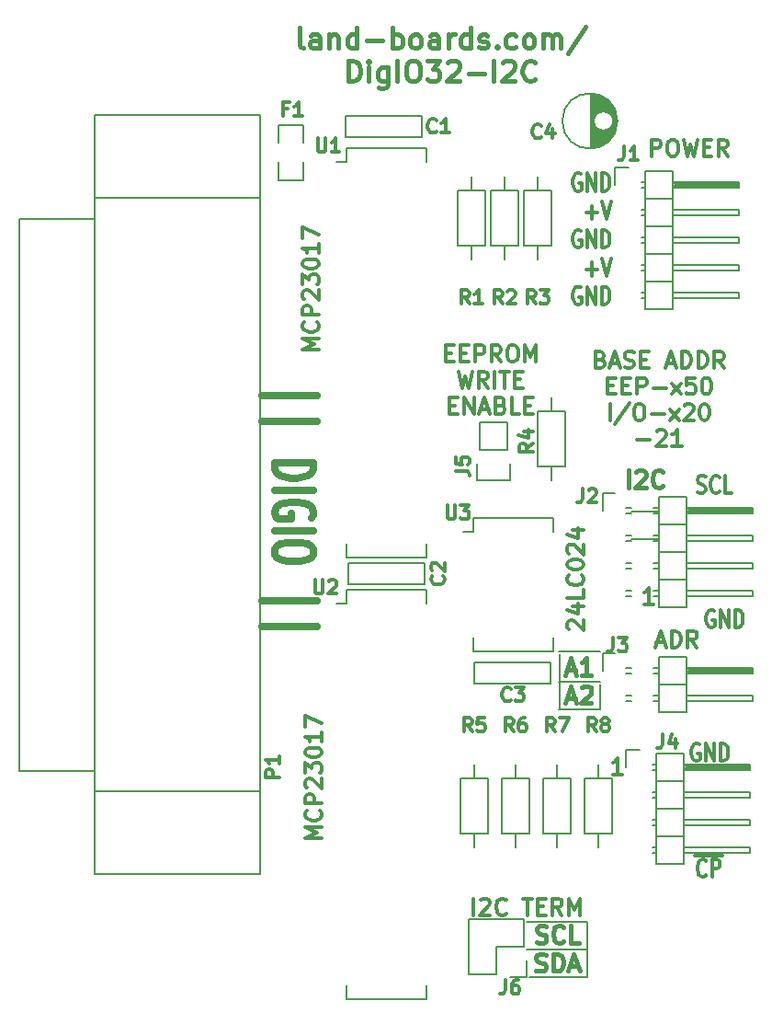
<source format=gbr>
G04 #@! TF.FileFunction,Legend,Top*
%FSLAX46Y46*%
G04 Gerber Fmt 4.6, Leading zero omitted, Abs format (unit mm)*
G04 Created by KiCad (PCBNEW (after 2015-mar-04 BZR unknown)-product) date 1/31/2017 12:48:21 PM*
%MOMM*%
G01*
G04 APERTURE LIST*
%ADD10C,0.150000*%
%ADD11C,0.300000*%
%ADD12C,0.200000*%
%ADD13C,0.396875*%
%ADD14C,0.381000*%
%ADD15C,0.635000*%
%ADD16C,0.127000*%
%ADD17C,0.317500*%
G04 APERTURE END LIST*
D10*
D11*
X61226095Y-92537643D02*
X61165619Y-92616262D01*
X60984190Y-92694881D01*
X60863238Y-92694881D01*
X60681810Y-92616262D01*
X60560857Y-92459024D01*
X60500381Y-92301786D01*
X60439905Y-91987310D01*
X60439905Y-91751452D01*
X60500381Y-91436976D01*
X60560857Y-91279738D01*
X60681810Y-91122500D01*
X60863238Y-91043881D01*
X60984190Y-91043881D01*
X61165619Y-91122500D01*
X61226095Y-91201119D01*
X61770381Y-92694881D02*
X61770381Y-91043881D01*
X62254190Y-91043881D01*
X62375143Y-91122500D01*
X62435619Y-91201119D01*
X62496095Y-91358357D01*
X62496095Y-91594214D01*
X62435619Y-91751452D01*
X62375143Y-91830071D01*
X62254190Y-91908690D01*
X61770381Y-91908690D01*
X60198000Y-90759280D02*
X62738000Y-90759280D01*
X60439905Y-57310262D02*
X60621333Y-57388881D01*
X60923714Y-57388881D01*
X61044667Y-57310262D01*
X61105143Y-57231643D01*
X61165619Y-57074405D01*
X61165619Y-56917167D01*
X61105143Y-56759929D01*
X61044667Y-56681310D01*
X60923714Y-56602690D01*
X60681810Y-56524071D01*
X60560857Y-56445452D01*
X60500381Y-56366833D01*
X60439905Y-56209595D01*
X60439905Y-56052357D01*
X60500381Y-55895119D01*
X60560857Y-55816500D01*
X60681810Y-55737881D01*
X60984190Y-55737881D01*
X61165619Y-55816500D01*
X62435619Y-57231643D02*
X62375143Y-57310262D01*
X62193714Y-57388881D01*
X62072762Y-57388881D01*
X61891334Y-57310262D01*
X61770381Y-57153024D01*
X61709905Y-56995786D01*
X61649429Y-56681310D01*
X61649429Y-56445452D01*
X61709905Y-56130976D01*
X61770381Y-55973738D01*
X61891334Y-55816500D01*
X62072762Y-55737881D01*
X62193714Y-55737881D01*
X62375143Y-55816500D01*
X62435619Y-55895119D01*
X63584667Y-57388881D02*
X62979905Y-57388881D01*
X62979905Y-55737881D01*
D12*
X50292000Y-99314000D02*
X44704000Y-99314000D01*
X50292000Y-101854000D02*
X44958000Y-101854000D01*
X50292000Y-96774000D02*
X50292000Y-101854000D01*
X44704000Y-96774000D02*
X50292000Y-96774000D01*
X47752000Y-72136000D02*
X47752000Y-77216000D01*
D13*
X48396072Y-73630896D02*
X49152024Y-73630896D01*
X48244881Y-74084468D02*
X48774048Y-72496968D01*
X49303215Y-74084468D01*
X50663929Y-74084468D02*
X49756786Y-74084468D01*
X50210357Y-74084468D02*
X50210357Y-72496968D01*
X50059167Y-72723753D01*
X49907976Y-72874944D01*
X49756786Y-72950539D01*
X48396072Y-76250271D02*
X49152024Y-76250271D01*
X48244881Y-76703843D02*
X48774048Y-75116343D01*
X49303215Y-76703843D01*
X49756786Y-75267533D02*
X49832381Y-75191938D01*
X49983572Y-75116343D01*
X50361548Y-75116343D01*
X50512738Y-75191938D01*
X50588334Y-75267533D01*
X50663929Y-75418724D01*
X50663929Y-75569914D01*
X50588334Y-75796700D01*
X49681191Y-76703843D01*
X50663929Y-76703843D01*
D11*
X25570571Y-44179427D02*
X24070571Y-44179427D01*
X25142000Y-43679427D01*
X24070571Y-43179427D01*
X25570571Y-43179427D01*
X25427714Y-41607998D02*
X25499143Y-41679427D01*
X25570571Y-41893713D01*
X25570571Y-42036570D01*
X25499143Y-42250855D01*
X25356286Y-42393713D01*
X25213429Y-42465141D01*
X24927714Y-42536570D01*
X24713429Y-42536570D01*
X24427714Y-42465141D01*
X24284857Y-42393713D01*
X24142000Y-42250855D01*
X24070571Y-42036570D01*
X24070571Y-41893713D01*
X24142000Y-41679427D01*
X24213429Y-41607998D01*
X25570571Y-40965141D02*
X24070571Y-40965141D01*
X24070571Y-40393713D01*
X24142000Y-40250855D01*
X24213429Y-40179427D01*
X24356286Y-40107998D01*
X24570571Y-40107998D01*
X24713429Y-40179427D01*
X24784857Y-40250855D01*
X24856286Y-40393713D01*
X24856286Y-40965141D01*
X24213429Y-39536570D02*
X24142000Y-39465141D01*
X24070571Y-39322284D01*
X24070571Y-38965141D01*
X24142000Y-38822284D01*
X24213429Y-38750855D01*
X24356286Y-38679427D01*
X24499143Y-38679427D01*
X24713429Y-38750855D01*
X25570571Y-39607998D01*
X25570571Y-38679427D01*
X24070571Y-38179427D02*
X24070571Y-37250856D01*
X24642000Y-37750856D01*
X24642000Y-37536570D01*
X24713429Y-37393713D01*
X24784857Y-37322284D01*
X24927714Y-37250856D01*
X25284857Y-37250856D01*
X25427714Y-37322284D01*
X25499143Y-37393713D01*
X25570571Y-37536570D01*
X25570571Y-37965142D01*
X25499143Y-38107999D01*
X25427714Y-38179427D01*
X24070571Y-36322285D02*
X24070571Y-36179428D01*
X24142000Y-36036571D01*
X24213429Y-35965142D01*
X24356286Y-35893713D01*
X24642000Y-35822285D01*
X24999143Y-35822285D01*
X25284857Y-35893713D01*
X25427714Y-35965142D01*
X25499143Y-36036571D01*
X25570571Y-36179428D01*
X25570571Y-36322285D01*
X25499143Y-36465142D01*
X25427714Y-36536571D01*
X25284857Y-36607999D01*
X24999143Y-36679428D01*
X24642000Y-36679428D01*
X24356286Y-36607999D01*
X24213429Y-36536571D01*
X24142000Y-36465142D01*
X24070571Y-36322285D01*
X25570571Y-34393714D02*
X25570571Y-35250857D01*
X25570571Y-34822285D02*
X24070571Y-34822285D01*
X24284857Y-34965142D01*
X24427714Y-35108000D01*
X24499143Y-35250857D01*
X24070571Y-33893714D02*
X24070571Y-32893714D01*
X25570571Y-33536571D01*
D12*
X54350000Y-59046000D02*
X56890000Y-59046000D01*
X54350000Y-61586000D02*
X56890000Y-61586000D01*
X47698000Y-71952000D02*
X51508000Y-71952000D01*
X47698000Y-74746000D02*
X51508000Y-74746000D01*
X51508000Y-77286000D02*
X51508000Y-75000000D01*
X47698000Y-77286000D02*
X51508000Y-77286000D01*
D11*
X56225714Y-26332571D02*
X56225714Y-24832571D01*
X56797142Y-24832571D01*
X56940000Y-24904000D01*
X57011428Y-24975429D01*
X57082857Y-25118286D01*
X57082857Y-25332571D01*
X57011428Y-25475429D01*
X56940000Y-25546857D01*
X56797142Y-25618286D01*
X56225714Y-25618286D01*
X58011428Y-24832571D02*
X58297142Y-24832571D01*
X58440000Y-24904000D01*
X58582857Y-25046857D01*
X58654285Y-25332571D01*
X58654285Y-25832571D01*
X58582857Y-26118286D01*
X58440000Y-26261143D01*
X58297142Y-26332571D01*
X58011428Y-26332571D01*
X57868571Y-26261143D01*
X57725714Y-26118286D01*
X57654285Y-25832571D01*
X57654285Y-25332571D01*
X57725714Y-25046857D01*
X57868571Y-24904000D01*
X58011428Y-24832571D01*
X59154286Y-24832571D02*
X59511429Y-26332571D01*
X59797143Y-25261143D01*
X60082857Y-26332571D01*
X60440000Y-24832571D01*
X61011429Y-25546857D02*
X61511429Y-25546857D01*
X61725715Y-26332571D02*
X61011429Y-26332571D01*
X61011429Y-24832571D01*
X61725715Y-24832571D01*
X63225715Y-26332571D02*
X62725715Y-25618286D01*
X62368572Y-26332571D02*
X62368572Y-24832571D01*
X62940000Y-24832571D01*
X63082858Y-24904000D01*
X63154286Y-24975429D01*
X63225715Y-25118286D01*
X63225715Y-25332571D01*
X63154286Y-25475429D01*
X63082858Y-25546857D01*
X62940000Y-25618286D01*
X62368572Y-25618286D01*
X37259143Y-44482857D02*
X37759143Y-44482857D01*
X37973429Y-45268571D02*
X37259143Y-45268571D01*
X37259143Y-43768571D01*
X37973429Y-43768571D01*
X38616286Y-44482857D02*
X39116286Y-44482857D01*
X39330572Y-45268571D02*
X38616286Y-45268571D01*
X38616286Y-43768571D01*
X39330572Y-43768571D01*
X39973429Y-45268571D02*
X39973429Y-43768571D01*
X40544857Y-43768571D01*
X40687715Y-43840000D01*
X40759143Y-43911429D01*
X40830572Y-44054286D01*
X40830572Y-44268571D01*
X40759143Y-44411429D01*
X40687715Y-44482857D01*
X40544857Y-44554286D01*
X39973429Y-44554286D01*
X42330572Y-45268571D02*
X41830572Y-44554286D01*
X41473429Y-45268571D02*
X41473429Y-43768571D01*
X42044857Y-43768571D01*
X42187715Y-43840000D01*
X42259143Y-43911429D01*
X42330572Y-44054286D01*
X42330572Y-44268571D01*
X42259143Y-44411429D01*
X42187715Y-44482857D01*
X42044857Y-44554286D01*
X41473429Y-44554286D01*
X43259143Y-43768571D02*
X43544857Y-43768571D01*
X43687715Y-43840000D01*
X43830572Y-43982857D01*
X43902000Y-44268571D01*
X43902000Y-44768571D01*
X43830572Y-45054286D01*
X43687715Y-45197143D01*
X43544857Y-45268571D01*
X43259143Y-45268571D01*
X43116286Y-45197143D01*
X42973429Y-45054286D01*
X42902000Y-44768571D01*
X42902000Y-44268571D01*
X42973429Y-43982857D01*
X43116286Y-43840000D01*
X43259143Y-43768571D01*
X44544858Y-45268571D02*
X44544858Y-43768571D01*
X45044858Y-44840000D01*
X45544858Y-43768571D01*
X45544858Y-45268571D01*
X38402000Y-46168571D02*
X38759143Y-47668571D01*
X39044857Y-46597143D01*
X39330571Y-47668571D01*
X39687714Y-46168571D01*
X41116286Y-47668571D02*
X40616286Y-46954286D01*
X40259143Y-47668571D02*
X40259143Y-46168571D01*
X40830571Y-46168571D01*
X40973429Y-46240000D01*
X41044857Y-46311429D01*
X41116286Y-46454286D01*
X41116286Y-46668571D01*
X41044857Y-46811429D01*
X40973429Y-46882857D01*
X40830571Y-46954286D01*
X40259143Y-46954286D01*
X41759143Y-47668571D02*
X41759143Y-46168571D01*
X42259143Y-46168571D02*
X43116286Y-46168571D01*
X42687715Y-47668571D02*
X42687715Y-46168571D01*
X43616286Y-46882857D02*
X44116286Y-46882857D01*
X44330572Y-47668571D02*
X43616286Y-47668571D01*
X43616286Y-46168571D01*
X44330572Y-46168571D01*
X37616286Y-49282857D02*
X38116286Y-49282857D01*
X38330572Y-50068571D02*
X37616286Y-50068571D01*
X37616286Y-48568571D01*
X38330572Y-48568571D01*
X38973429Y-50068571D02*
X38973429Y-48568571D01*
X39830572Y-50068571D01*
X39830572Y-48568571D01*
X40473429Y-49640000D02*
X41187715Y-49640000D01*
X40330572Y-50068571D02*
X40830572Y-48568571D01*
X41330572Y-50068571D01*
X42330572Y-49282857D02*
X42544858Y-49354286D01*
X42616286Y-49425714D01*
X42687715Y-49568571D01*
X42687715Y-49782857D01*
X42616286Y-49925714D01*
X42544858Y-49997143D01*
X42402000Y-50068571D01*
X41830572Y-50068571D01*
X41830572Y-48568571D01*
X42330572Y-48568571D01*
X42473429Y-48640000D01*
X42544858Y-48711429D01*
X42616286Y-48854286D01*
X42616286Y-48997143D01*
X42544858Y-49140000D01*
X42473429Y-49211429D01*
X42330572Y-49282857D01*
X41830572Y-49282857D01*
X44044858Y-50068571D02*
X43330572Y-50068571D01*
X43330572Y-48568571D01*
X44544858Y-49282857D02*
X45044858Y-49282857D01*
X45259144Y-50068571D02*
X44544858Y-50068571D01*
X44544858Y-48568571D01*
X45259144Y-48568571D01*
X48597429Y-69920856D02*
X48526000Y-69849427D01*
X48454571Y-69706570D01*
X48454571Y-69349427D01*
X48526000Y-69206570D01*
X48597429Y-69135141D01*
X48740286Y-69063713D01*
X48883143Y-69063713D01*
X49097429Y-69135141D01*
X49954571Y-69992284D01*
X49954571Y-69063713D01*
X48954571Y-67777999D02*
X49954571Y-67777999D01*
X48383143Y-68135142D02*
X49454571Y-68492285D01*
X49454571Y-67563713D01*
X49954571Y-66277999D02*
X49954571Y-66992285D01*
X48454571Y-66992285D01*
X49811714Y-64920856D02*
X49883143Y-64992285D01*
X49954571Y-65206571D01*
X49954571Y-65349428D01*
X49883143Y-65563713D01*
X49740286Y-65706571D01*
X49597429Y-65777999D01*
X49311714Y-65849428D01*
X49097429Y-65849428D01*
X48811714Y-65777999D01*
X48668857Y-65706571D01*
X48526000Y-65563713D01*
X48454571Y-65349428D01*
X48454571Y-65206571D01*
X48526000Y-64992285D01*
X48597429Y-64920856D01*
X48454571Y-63992285D02*
X48454571Y-63849428D01*
X48526000Y-63706571D01*
X48597429Y-63635142D01*
X48740286Y-63563713D01*
X49026000Y-63492285D01*
X49383143Y-63492285D01*
X49668857Y-63563713D01*
X49811714Y-63635142D01*
X49883143Y-63706571D01*
X49954571Y-63849428D01*
X49954571Y-63992285D01*
X49883143Y-64135142D01*
X49811714Y-64206571D01*
X49668857Y-64277999D01*
X49383143Y-64349428D01*
X49026000Y-64349428D01*
X48740286Y-64277999D01*
X48597429Y-64206571D01*
X48526000Y-64135142D01*
X48454571Y-63992285D01*
X48597429Y-62920857D02*
X48526000Y-62849428D01*
X48454571Y-62706571D01*
X48454571Y-62349428D01*
X48526000Y-62206571D01*
X48597429Y-62135142D01*
X48740286Y-62063714D01*
X48883143Y-62063714D01*
X49097429Y-62135142D01*
X49954571Y-62992285D01*
X49954571Y-62063714D01*
X48954571Y-60778000D02*
X49954571Y-60778000D01*
X48383143Y-61135143D02*
X49454571Y-61492286D01*
X49454571Y-60563714D01*
X25824571Y-89137427D02*
X24324571Y-89137427D01*
X25396000Y-88637427D01*
X24324571Y-88137427D01*
X25824571Y-88137427D01*
X25681714Y-86565998D02*
X25753143Y-86637427D01*
X25824571Y-86851713D01*
X25824571Y-86994570D01*
X25753143Y-87208855D01*
X25610286Y-87351713D01*
X25467429Y-87423141D01*
X25181714Y-87494570D01*
X24967429Y-87494570D01*
X24681714Y-87423141D01*
X24538857Y-87351713D01*
X24396000Y-87208855D01*
X24324571Y-86994570D01*
X24324571Y-86851713D01*
X24396000Y-86637427D01*
X24467429Y-86565998D01*
X25824571Y-85923141D02*
X24324571Y-85923141D01*
X24324571Y-85351713D01*
X24396000Y-85208855D01*
X24467429Y-85137427D01*
X24610286Y-85065998D01*
X24824571Y-85065998D01*
X24967429Y-85137427D01*
X25038857Y-85208855D01*
X25110286Y-85351713D01*
X25110286Y-85923141D01*
X24467429Y-84494570D02*
X24396000Y-84423141D01*
X24324571Y-84280284D01*
X24324571Y-83923141D01*
X24396000Y-83780284D01*
X24467429Y-83708855D01*
X24610286Y-83637427D01*
X24753143Y-83637427D01*
X24967429Y-83708855D01*
X25824571Y-84565998D01*
X25824571Y-83637427D01*
X24324571Y-83137427D02*
X24324571Y-82208856D01*
X24896000Y-82708856D01*
X24896000Y-82494570D01*
X24967429Y-82351713D01*
X25038857Y-82280284D01*
X25181714Y-82208856D01*
X25538857Y-82208856D01*
X25681714Y-82280284D01*
X25753143Y-82351713D01*
X25824571Y-82494570D01*
X25824571Y-82923142D01*
X25753143Y-83065999D01*
X25681714Y-83137427D01*
X24324571Y-81280285D02*
X24324571Y-81137428D01*
X24396000Y-80994571D01*
X24467429Y-80923142D01*
X24610286Y-80851713D01*
X24896000Y-80780285D01*
X25253143Y-80780285D01*
X25538857Y-80851713D01*
X25681714Y-80923142D01*
X25753143Y-80994571D01*
X25824571Y-81137428D01*
X25824571Y-81280285D01*
X25753143Y-81423142D01*
X25681714Y-81494571D01*
X25538857Y-81565999D01*
X25253143Y-81637428D01*
X24896000Y-81637428D01*
X24610286Y-81565999D01*
X24467429Y-81494571D01*
X24396000Y-81423142D01*
X24324571Y-81280285D01*
X25824571Y-79351714D02*
X25824571Y-80208857D01*
X25824571Y-79780285D02*
X24324571Y-79780285D01*
X24538857Y-79923142D01*
X24681714Y-80066000D01*
X24753143Y-80208857D01*
X24324571Y-78851714D02*
X24324571Y-77851714D01*
X25824571Y-78494571D01*
D13*
X45608119Y-98646873D02*
X45834905Y-98722468D01*
X46212881Y-98722468D01*
X46364071Y-98646873D01*
X46439667Y-98571277D01*
X46515262Y-98420087D01*
X46515262Y-98268896D01*
X46439667Y-98117706D01*
X46364071Y-98042111D01*
X46212881Y-97966515D01*
X45910500Y-97890920D01*
X45759309Y-97815325D01*
X45683714Y-97739730D01*
X45608119Y-97588539D01*
X45608119Y-97437349D01*
X45683714Y-97286158D01*
X45759309Y-97210563D01*
X45910500Y-97134968D01*
X46288476Y-97134968D01*
X46515262Y-97210563D01*
X48102762Y-98571277D02*
X48027167Y-98646873D01*
X47800381Y-98722468D01*
X47649191Y-98722468D01*
X47422405Y-98646873D01*
X47271214Y-98495682D01*
X47195619Y-98344492D01*
X47120024Y-98042111D01*
X47120024Y-97815325D01*
X47195619Y-97512944D01*
X47271214Y-97361753D01*
X47422405Y-97210563D01*
X47649191Y-97134968D01*
X47800381Y-97134968D01*
X48027167Y-97210563D01*
X48102762Y-97286158D01*
X49539072Y-98722468D02*
X48783119Y-98722468D01*
X48783119Y-97134968D01*
X45570322Y-101266248D02*
X45797108Y-101341843D01*
X46175084Y-101341843D01*
X46326274Y-101266248D01*
X46401870Y-101190652D01*
X46477465Y-101039462D01*
X46477465Y-100888271D01*
X46401870Y-100737081D01*
X46326274Y-100661486D01*
X46175084Y-100585890D01*
X45872703Y-100510295D01*
X45721512Y-100434700D01*
X45645917Y-100359105D01*
X45570322Y-100207914D01*
X45570322Y-100056724D01*
X45645917Y-99905533D01*
X45721512Y-99829938D01*
X45872703Y-99754343D01*
X46250679Y-99754343D01*
X46477465Y-99829938D01*
X47157822Y-101341843D02*
X47157822Y-99754343D01*
X47535798Y-99754343D01*
X47762584Y-99829938D01*
X47913775Y-99981128D01*
X47989370Y-100132319D01*
X48064965Y-100434700D01*
X48064965Y-100661486D01*
X47989370Y-100963867D01*
X47913775Y-101115057D01*
X47762584Y-101266248D01*
X47535798Y-101341843D01*
X47157822Y-101341843D01*
X48669727Y-100888271D02*
X49425679Y-100888271D01*
X48518536Y-101341843D02*
X49047703Y-99754343D01*
X49576870Y-101341843D01*
D11*
X39811143Y-96182571D02*
X39811143Y-94682571D01*
X40454000Y-94825429D02*
X40525429Y-94754000D01*
X40668286Y-94682571D01*
X41025429Y-94682571D01*
X41168286Y-94754000D01*
X41239715Y-94825429D01*
X41311143Y-94968286D01*
X41311143Y-95111143D01*
X41239715Y-95325429D01*
X40382572Y-96182571D01*
X41311143Y-96182571D01*
X42811143Y-96039714D02*
X42739714Y-96111143D01*
X42525428Y-96182571D01*
X42382571Y-96182571D01*
X42168286Y-96111143D01*
X42025428Y-95968286D01*
X41954000Y-95825429D01*
X41882571Y-95539714D01*
X41882571Y-95325429D01*
X41954000Y-95039714D01*
X42025428Y-94896857D01*
X42168286Y-94754000D01*
X42382571Y-94682571D01*
X42525428Y-94682571D01*
X42739714Y-94754000D01*
X42811143Y-94825429D01*
X44382571Y-94682571D02*
X45239714Y-94682571D01*
X44811143Y-96182571D02*
X44811143Y-94682571D01*
X45739714Y-95396857D02*
X46239714Y-95396857D01*
X46454000Y-96182571D02*
X45739714Y-96182571D01*
X45739714Y-94682571D01*
X46454000Y-94682571D01*
X47954000Y-96182571D02*
X47454000Y-95468286D01*
X47096857Y-96182571D02*
X47096857Y-94682571D01*
X47668285Y-94682571D01*
X47811143Y-94754000D01*
X47882571Y-94825429D01*
X47954000Y-94968286D01*
X47954000Y-95182571D01*
X47882571Y-95325429D01*
X47811143Y-95396857D01*
X47668285Y-95468286D01*
X47096857Y-95468286D01*
X48596857Y-96182571D02*
X48596857Y-94682571D01*
X49096857Y-95754000D01*
X49596857Y-94682571D01*
X49596857Y-96182571D01*
X56673714Y-71116000D02*
X57388000Y-71116000D01*
X56530857Y-71544571D02*
X57030857Y-70044571D01*
X57530857Y-71544571D01*
X58030857Y-71544571D02*
X58030857Y-70044571D01*
X58388000Y-70044571D01*
X58602285Y-70116000D01*
X58745143Y-70258857D01*
X58816571Y-70401714D01*
X58888000Y-70687429D01*
X58888000Y-70901714D01*
X58816571Y-71187429D01*
X58745143Y-71330286D01*
X58602285Y-71473143D01*
X58388000Y-71544571D01*
X58030857Y-71544571D01*
X60388000Y-71544571D02*
X59888000Y-70830286D01*
X59530857Y-71544571D02*
X59530857Y-70044571D01*
X60102285Y-70044571D01*
X60245143Y-70116000D01*
X60316571Y-70187429D01*
X60388000Y-70330286D01*
X60388000Y-70544571D01*
X60316571Y-70687429D01*
X60245143Y-70758857D01*
X60102285Y-70830286D01*
X59530857Y-70830286D01*
X53514572Y-83228571D02*
X52657429Y-83228571D01*
X53086001Y-83228571D02*
X53086001Y-81728571D01*
X52943144Y-81942857D01*
X52800286Y-82085714D01*
X52657429Y-82157143D01*
X56386572Y-67574571D02*
X55529429Y-67574571D01*
X55958001Y-67574571D02*
X55958001Y-66074571D01*
X55815144Y-66288857D01*
X55672286Y-66431714D01*
X55529429Y-66503143D01*
X49675143Y-27987700D02*
X49554191Y-27909081D01*
X49372762Y-27909081D01*
X49191334Y-27987700D01*
X49070381Y-28144938D01*
X49009905Y-28302176D01*
X48949429Y-28616652D01*
X48949429Y-28852510D01*
X49009905Y-29166986D01*
X49070381Y-29324224D01*
X49191334Y-29481462D01*
X49372762Y-29560081D01*
X49493714Y-29560081D01*
X49675143Y-29481462D01*
X49735619Y-29402843D01*
X49735619Y-28852510D01*
X49493714Y-28852510D01*
X50279905Y-29560081D02*
X50279905Y-27909081D01*
X51005619Y-29560081D01*
X51005619Y-27909081D01*
X51610381Y-29560081D02*
X51610381Y-27909081D01*
X51912762Y-27909081D01*
X52094190Y-27987700D01*
X52215143Y-28144938D01*
X52275619Y-28302176D01*
X52336095Y-28616652D01*
X52336095Y-28852510D01*
X52275619Y-29166986D01*
X52215143Y-29324224D01*
X52094190Y-29481462D01*
X51912762Y-29560081D01*
X51610381Y-29560081D01*
X50219429Y-31542529D02*
X51187048Y-31542529D01*
X50703238Y-32171481D02*
X50703238Y-30913576D01*
X51610381Y-30520481D02*
X52033715Y-32171481D01*
X52457048Y-30520481D01*
X49675143Y-33210500D02*
X49554191Y-33131881D01*
X49372762Y-33131881D01*
X49191334Y-33210500D01*
X49070381Y-33367738D01*
X49009905Y-33524976D01*
X48949429Y-33839452D01*
X48949429Y-34075310D01*
X49009905Y-34389786D01*
X49070381Y-34547024D01*
X49191334Y-34704262D01*
X49372762Y-34782881D01*
X49493714Y-34782881D01*
X49675143Y-34704262D01*
X49735619Y-34625643D01*
X49735619Y-34075310D01*
X49493714Y-34075310D01*
X50279905Y-34782881D02*
X50279905Y-33131881D01*
X51005619Y-34782881D01*
X51005619Y-33131881D01*
X51610381Y-34782881D02*
X51610381Y-33131881D01*
X51912762Y-33131881D01*
X52094190Y-33210500D01*
X52215143Y-33367738D01*
X52275619Y-33524976D01*
X52336095Y-33839452D01*
X52336095Y-34075310D01*
X52275619Y-34389786D01*
X52215143Y-34547024D01*
X52094190Y-34704262D01*
X51912762Y-34782881D01*
X51610381Y-34782881D01*
X50219429Y-36765329D02*
X51187048Y-36765329D01*
X50703238Y-37394281D02*
X50703238Y-36136376D01*
X51610381Y-35743281D02*
X52033715Y-37394281D01*
X52457048Y-35743281D01*
X49675143Y-38433300D02*
X49554191Y-38354681D01*
X49372762Y-38354681D01*
X49191334Y-38433300D01*
X49070381Y-38590538D01*
X49009905Y-38747776D01*
X48949429Y-39062252D01*
X48949429Y-39298110D01*
X49009905Y-39612586D01*
X49070381Y-39769824D01*
X49191334Y-39927062D01*
X49372762Y-40005681D01*
X49493714Y-40005681D01*
X49675143Y-39927062D01*
X49735619Y-39848443D01*
X49735619Y-39298110D01*
X49493714Y-39298110D01*
X50279905Y-40005681D02*
X50279905Y-38354681D01*
X51005619Y-40005681D01*
X51005619Y-38354681D01*
X51610381Y-40005681D02*
X51610381Y-38354681D01*
X51912762Y-38354681D01*
X52094190Y-38433300D01*
X52215143Y-38590538D01*
X52275619Y-38747776D01*
X52336095Y-39062252D01*
X52336095Y-39298110D01*
X52275619Y-39612586D01*
X52215143Y-39769824D01*
X52094190Y-39927062D01*
X51912762Y-40005681D01*
X51610381Y-40005681D01*
X60597143Y-80454500D02*
X60476191Y-80375881D01*
X60294762Y-80375881D01*
X60113334Y-80454500D01*
X59992381Y-80611738D01*
X59931905Y-80768976D01*
X59871429Y-81083452D01*
X59871429Y-81319310D01*
X59931905Y-81633786D01*
X59992381Y-81791024D01*
X60113334Y-81948262D01*
X60294762Y-82026881D01*
X60415714Y-82026881D01*
X60597143Y-81948262D01*
X60657619Y-81869643D01*
X60657619Y-81319310D01*
X60415714Y-81319310D01*
X61201905Y-82026881D02*
X61201905Y-80375881D01*
X61927619Y-82026881D01*
X61927619Y-80375881D01*
X62532381Y-82026881D02*
X62532381Y-80375881D01*
X62834762Y-80375881D01*
X63016190Y-80454500D01*
X63137143Y-80611738D01*
X63197619Y-80768976D01*
X63258095Y-81083452D01*
X63258095Y-81319310D01*
X63197619Y-81633786D01*
X63137143Y-81791024D01*
X63016190Y-81948262D01*
X62834762Y-82026881D01*
X62532381Y-82026881D01*
X51503144Y-45060857D02*
X51717430Y-45132286D01*
X51788858Y-45203714D01*
X51860287Y-45346571D01*
X51860287Y-45560857D01*
X51788858Y-45703714D01*
X51717430Y-45775143D01*
X51574572Y-45846571D01*
X51003144Y-45846571D01*
X51003144Y-44346571D01*
X51503144Y-44346571D01*
X51646001Y-44418000D01*
X51717430Y-44489429D01*
X51788858Y-44632286D01*
X51788858Y-44775143D01*
X51717430Y-44918000D01*
X51646001Y-44989429D01*
X51503144Y-45060857D01*
X51003144Y-45060857D01*
X52431715Y-45418000D02*
X53146001Y-45418000D01*
X52288858Y-45846571D02*
X52788858Y-44346571D01*
X53288858Y-45846571D01*
X53717429Y-45775143D02*
X53931715Y-45846571D01*
X54288858Y-45846571D01*
X54431715Y-45775143D01*
X54503144Y-45703714D01*
X54574572Y-45560857D01*
X54574572Y-45418000D01*
X54503144Y-45275143D01*
X54431715Y-45203714D01*
X54288858Y-45132286D01*
X54003144Y-45060857D01*
X53860286Y-44989429D01*
X53788858Y-44918000D01*
X53717429Y-44775143D01*
X53717429Y-44632286D01*
X53788858Y-44489429D01*
X53860286Y-44418000D01*
X54003144Y-44346571D01*
X54360286Y-44346571D01*
X54574572Y-44418000D01*
X55217429Y-45060857D02*
X55717429Y-45060857D01*
X55931715Y-45846571D02*
X55217429Y-45846571D01*
X55217429Y-44346571D01*
X55931715Y-44346571D01*
X57646000Y-45418000D02*
X58360286Y-45418000D01*
X57503143Y-45846571D02*
X58003143Y-44346571D01*
X58503143Y-45846571D01*
X59003143Y-45846571D02*
X59003143Y-44346571D01*
X59360286Y-44346571D01*
X59574571Y-44418000D01*
X59717429Y-44560857D01*
X59788857Y-44703714D01*
X59860286Y-44989429D01*
X59860286Y-45203714D01*
X59788857Y-45489429D01*
X59717429Y-45632286D01*
X59574571Y-45775143D01*
X59360286Y-45846571D01*
X59003143Y-45846571D01*
X60503143Y-45846571D02*
X60503143Y-44346571D01*
X60860286Y-44346571D01*
X61074571Y-44418000D01*
X61217429Y-44560857D01*
X61288857Y-44703714D01*
X61360286Y-44989429D01*
X61360286Y-45203714D01*
X61288857Y-45489429D01*
X61217429Y-45632286D01*
X61074571Y-45775143D01*
X60860286Y-45846571D01*
X60503143Y-45846571D01*
X62860286Y-45846571D02*
X62360286Y-45132286D01*
X62003143Y-45846571D02*
X62003143Y-44346571D01*
X62574571Y-44346571D01*
X62717429Y-44418000D01*
X62788857Y-44489429D01*
X62860286Y-44632286D01*
X62860286Y-44846571D01*
X62788857Y-44989429D01*
X62717429Y-45060857D01*
X62574571Y-45132286D01*
X62003143Y-45132286D01*
X52181715Y-47460857D02*
X52681715Y-47460857D01*
X52896001Y-48246571D02*
X52181715Y-48246571D01*
X52181715Y-46746571D01*
X52896001Y-46746571D01*
X53538858Y-47460857D02*
X54038858Y-47460857D01*
X54253144Y-48246571D02*
X53538858Y-48246571D01*
X53538858Y-46746571D01*
X54253144Y-46746571D01*
X54896001Y-48246571D02*
X54896001Y-46746571D01*
X55467429Y-46746571D01*
X55610287Y-46818000D01*
X55681715Y-46889429D01*
X55753144Y-47032286D01*
X55753144Y-47246571D01*
X55681715Y-47389429D01*
X55610287Y-47460857D01*
X55467429Y-47532286D01*
X54896001Y-47532286D01*
X56396001Y-47675143D02*
X57538858Y-47675143D01*
X58110287Y-48246571D02*
X58896001Y-47246571D01*
X58110287Y-47246571D02*
X58896001Y-48246571D01*
X60181716Y-46746571D02*
X59467430Y-46746571D01*
X59396001Y-47460857D01*
X59467430Y-47389429D01*
X59610287Y-47318000D01*
X59967430Y-47318000D01*
X60110287Y-47389429D01*
X60181716Y-47460857D01*
X60253144Y-47603714D01*
X60253144Y-47960857D01*
X60181716Y-48103714D01*
X60110287Y-48175143D01*
X59967430Y-48246571D01*
X59610287Y-48246571D01*
X59467430Y-48175143D01*
X59396001Y-48103714D01*
X61181715Y-46746571D02*
X61324572Y-46746571D01*
X61467429Y-46818000D01*
X61538858Y-46889429D01*
X61610287Y-47032286D01*
X61681715Y-47318000D01*
X61681715Y-47675143D01*
X61610287Y-47960857D01*
X61538858Y-48103714D01*
X61467429Y-48175143D01*
X61324572Y-48246571D01*
X61181715Y-48246571D01*
X61038858Y-48175143D01*
X60967429Y-48103714D01*
X60896001Y-47960857D01*
X60824572Y-47675143D01*
X60824572Y-47318000D01*
X60896001Y-47032286D01*
X60967429Y-46889429D01*
X61038858Y-46818000D01*
X61181715Y-46746571D01*
X52360286Y-50646571D02*
X52360286Y-49146571D01*
X54146000Y-49075143D02*
X52860286Y-51003714D01*
X54931715Y-49146571D02*
X55217429Y-49146571D01*
X55360287Y-49218000D01*
X55503144Y-49360857D01*
X55574572Y-49646571D01*
X55574572Y-50146571D01*
X55503144Y-50432286D01*
X55360287Y-50575143D01*
X55217429Y-50646571D01*
X54931715Y-50646571D01*
X54788858Y-50575143D01*
X54646001Y-50432286D01*
X54574572Y-50146571D01*
X54574572Y-49646571D01*
X54646001Y-49360857D01*
X54788858Y-49218000D01*
X54931715Y-49146571D01*
X56217430Y-50075143D02*
X57360287Y-50075143D01*
X57931716Y-50646571D02*
X58717430Y-49646571D01*
X57931716Y-49646571D02*
X58717430Y-50646571D01*
X59217430Y-49289429D02*
X59288859Y-49218000D01*
X59431716Y-49146571D01*
X59788859Y-49146571D01*
X59931716Y-49218000D01*
X60003145Y-49289429D01*
X60074573Y-49432286D01*
X60074573Y-49575143D01*
X60003145Y-49789429D01*
X59146002Y-50646571D01*
X60074573Y-50646571D01*
X61003144Y-49146571D02*
X61146001Y-49146571D01*
X61288858Y-49218000D01*
X61360287Y-49289429D01*
X61431716Y-49432286D01*
X61503144Y-49718000D01*
X61503144Y-50075143D01*
X61431716Y-50360857D01*
X61360287Y-50503714D01*
X61288858Y-50575143D01*
X61146001Y-50646571D01*
X61003144Y-50646571D01*
X60860287Y-50575143D01*
X60788858Y-50503714D01*
X60717430Y-50360857D01*
X60646001Y-50075143D01*
X60646001Y-49718000D01*
X60717430Y-49432286D01*
X60788858Y-49289429D01*
X60860287Y-49218000D01*
X61003144Y-49146571D01*
X54896001Y-52475143D02*
X56038858Y-52475143D01*
X56681715Y-51689429D02*
X56753144Y-51618000D01*
X56896001Y-51546571D01*
X57253144Y-51546571D01*
X57396001Y-51618000D01*
X57467430Y-51689429D01*
X57538858Y-51832286D01*
X57538858Y-51975143D01*
X57467430Y-52189429D01*
X56610287Y-53046571D01*
X57538858Y-53046571D01*
X58967429Y-53046571D02*
X58110286Y-53046571D01*
X58538858Y-53046571D02*
X58538858Y-51546571D01*
X58396001Y-51760857D01*
X58253143Y-51903714D01*
X58110286Y-51975143D01*
D14*
X24084645Y-16419286D02*
X23903217Y-16328571D01*
X23812502Y-16147143D01*
X23812502Y-14514286D01*
X25626788Y-16419286D02*
X25626788Y-15421429D01*
X25536074Y-15240000D01*
X25354645Y-15149286D01*
X24991788Y-15149286D01*
X24810359Y-15240000D01*
X25626788Y-16328571D02*
X25445359Y-16419286D01*
X24991788Y-16419286D01*
X24810359Y-16328571D01*
X24719645Y-16147143D01*
X24719645Y-15965714D01*
X24810359Y-15784286D01*
X24991788Y-15693571D01*
X25445359Y-15693571D01*
X25626788Y-15602857D01*
X26533930Y-15149286D02*
X26533930Y-16419286D01*
X26533930Y-15330714D02*
X26624645Y-15240000D01*
X26806073Y-15149286D01*
X27078216Y-15149286D01*
X27259645Y-15240000D01*
X27350359Y-15421429D01*
X27350359Y-16419286D01*
X29073930Y-16419286D02*
X29073930Y-14514286D01*
X29073930Y-16328571D02*
X28892501Y-16419286D01*
X28529644Y-16419286D01*
X28348216Y-16328571D01*
X28257501Y-16237857D01*
X28166787Y-16056429D01*
X28166787Y-15512143D01*
X28257501Y-15330714D01*
X28348216Y-15240000D01*
X28529644Y-15149286D01*
X28892501Y-15149286D01*
X29073930Y-15240000D01*
X29981072Y-15693571D02*
X31432501Y-15693571D01*
X32339643Y-16419286D02*
X32339643Y-14514286D01*
X32339643Y-15240000D02*
X32521072Y-15149286D01*
X32883929Y-15149286D01*
X33065358Y-15240000D01*
X33156072Y-15330714D01*
X33246786Y-15512143D01*
X33246786Y-16056429D01*
X33156072Y-16237857D01*
X33065358Y-16328571D01*
X32883929Y-16419286D01*
X32521072Y-16419286D01*
X32339643Y-16328571D01*
X34335357Y-16419286D02*
X34153929Y-16328571D01*
X34063214Y-16237857D01*
X33972500Y-16056429D01*
X33972500Y-15512143D01*
X34063214Y-15330714D01*
X34153929Y-15240000D01*
X34335357Y-15149286D01*
X34607500Y-15149286D01*
X34788929Y-15240000D01*
X34879643Y-15330714D01*
X34970357Y-15512143D01*
X34970357Y-16056429D01*
X34879643Y-16237857D01*
X34788929Y-16328571D01*
X34607500Y-16419286D01*
X34335357Y-16419286D01*
X36603214Y-16419286D02*
X36603214Y-15421429D01*
X36512500Y-15240000D01*
X36331071Y-15149286D01*
X35968214Y-15149286D01*
X35786785Y-15240000D01*
X36603214Y-16328571D02*
X36421785Y-16419286D01*
X35968214Y-16419286D01*
X35786785Y-16328571D01*
X35696071Y-16147143D01*
X35696071Y-15965714D01*
X35786785Y-15784286D01*
X35968214Y-15693571D01*
X36421785Y-15693571D01*
X36603214Y-15602857D01*
X37510356Y-16419286D02*
X37510356Y-15149286D01*
X37510356Y-15512143D02*
X37601071Y-15330714D01*
X37691785Y-15240000D01*
X37873214Y-15149286D01*
X38054642Y-15149286D01*
X39506071Y-16419286D02*
X39506071Y-14514286D01*
X39506071Y-16328571D02*
X39324642Y-16419286D01*
X38961785Y-16419286D01*
X38780357Y-16328571D01*
X38689642Y-16237857D01*
X38598928Y-16056429D01*
X38598928Y-15512143D01*
X38689642Y-15330714D01*
X38780357Y-15240000D01*
X38961785Y-15149286D01*
X39324642Y-15149286D01*
X39506071Y-15240000D01*
X40322499Y-16328571D02*
X40503928Y-16419286D01*
X40866785Y-16419286D01*
X41048213Y-16328571D01*
X41138928Y-16147143D01*
X41138928Y-16056429D01*
X41048213Y-15875000D01*
X40866785Y-15784286D01*
X40594642Y-15784286D01*
X40413213Y-15693571D01*
X40322499Y-15512143D01*
X40322499Y-15421429D01*
X40413213Y-15240000D01*
X40594642Y-15149286D01*
X40866785Y-15149286D01*
X41048213Y-15240000D01*
X41955356Y-16237857D02*
X42046071Y-16328571D01*
X41955356Y-16419286D01*
X41864642Y-16328571D01*
X41955356Y-16237857D01*
X41955356Y-16419286D01*
X43678928Y-16328571D02*
X43497499Y-16419286D01*
X43134642Y-16419286D01*
X42953214Y-16328571D01*
X42862499Y-16237857D01*
X42771785Y-16056429D01*
X42771785Y-15512143D01*
X42862499Y-15330714D01*
X42953214Y-15240000D01*
X43134642Y-15149286D01*
X43497499Y-15149286D01*
X43678928Y-15240000D01*
X44767499Y-16419286D02*
X44586071Y-16328571D01*
X44495356Y-16237857D01*
X44404642Y-16056429D01*
X44404642Y-15512143D01*
X44495356Y-15330714D01*
X44586071Y-15240000D01*
X44767499Y-15149286D01*
X45039642Y-15149286D01*
X45221071Y-15240000D01*
X45311785Y-15330714D01*
X45402499Y-15512143D01*
X45402499Y-16056429D01*
X45311785Y-16237857D01*
X45221071Y-16328571D01*
X45039642Y-16419286D01*
X44767499Y-16419286D01*
X46218927Y-16419286D02*
X46218927Y-15149286D01*
X46218927Y-15330714D02*
X46309642Y-15240000D01*
X46491070Y-15149286D01*
X46763213Y-15149286D01*
X46944642Y-15240000D01*
X47035356Y-15421429D01*
X47035356Y-16419286D01*
X47035356Y-15421429D02*
X47126070Y-15240000D01*
X47307499Y-15149286D01*
X47579642Y-15149286D01*
X47761070Y-15240000D01*
X47851785Y-15421429D01*
X47851785Y-16419286D01*
X50119642Y-14423571D02*
X48486785Y-16872857D01*
X28257500Y-19467286D02*
X28257500Y-17562286D01*
X28711072Y-17562286D01*
X28983215Y-17653000D01*
X29164643Y-17834429D01*
X29255358Y-18015857D01*
X29346072Y-18378714D01*
X29346072Y-18650857D01*
X29255358Y-19013714D01*
X29164643Y-19195143D01*
X28983215Y-19376571D01*
X28711072Y-19467286D01*
X28257500Y-19467286D01*
X30162500Y-19467286D02*
X30162500Y-18197286D01*
X30162500Y-17562286D02*
X30071786Y-17653000D01*
X30162500Y-17743714D01*
X30253215Y-17653000D01*
X30162500Y-17562286D01*
X30162500Y-17743714D01*
X31886072Y-18197286D02*
X31886072Y-19739429D01*
X31795358Y-19920857D01*
X31704643Y-20011571D01*
X31523215Y-20102286D01*
X31251072Y-20102286D01*
X31069643Y-20011571D01*
X31886072Y-19376571D02*
X31704643Y-19467286D01*
X31341786Y-19467286D01*
X31160358Y-19376571D01*
X31069643Y-19285857D01*
X30978929Y-19104429D01*
X30978929Y-18560143D01*
X31069643Y-18378714D01*
X31160358Y-18288000D01*
X31341786Y-18197286D01*
X31704643Y-18197286D01*
X31886072Y-18288000D01*
X32793214Y-19467286D02*
X32793214Y-17562286D01*
X34063215Y-17562286D02*
X34426072Y-17562286D01*
X34607500Y-17653000D01*
X34788929Y-17834429D01*
X34879643Y-18197286D01*
X34879643Y-18832286D01*
X34788929Y-19195143D01*
X34607500Y-19376571D01*
X34426072Y-19467286D01*
X34063215Y-19467286D01*
X33881786Y-19376571D01*
X33700357Y-19195143D01*
X33609643Y-18832286D01*
X33609643Y-18197286D01*
X33700357Y-17834429D01*
X33881786Y-17653000D01*
X34063215Y-17562286D01*
X35514643Y-17562286D02*
X36693929Y-17562286D01*
X36058929Y-18288000D01*
X36331071Y-18288000D01*
X36512500Y-18378714D01*
X36603214Y-18469429D01*
X36693929Y-18650857D01*
X36693929Y-19104429D01*
X36603214Y-19285857D01*
X36512500Y-19376571D01*
X36331071Y-19467286D01*
X35786786Y-19467286D01*
X35605357Y-19376571D01*
X35514643Y-19285857D01*
X37419643Y-17743714D02*
X37510357Y-17653000D01*
X37691786Y-17562286D01*
X38145357Y-17562286D01*
X38326786Y-17653000D01*
X38417500Y-17743714D01*
X38508215Y-17925143D01*
X38508215Y-18106571D01*
X38417500Y-18378714D01*
X37328929Y-19467286D01*
X38508215Y-19467286D01*
X39324643Y-18741571D02*
X40776072Y-18741571D01*
X41683214Y-19467286D02*
X41683214Y-17562286D01*
X42499643Y-17743714D02*
X42590357Y-17653000D01*
X42771786Y-17562286D01*
X43225357Y-17562286D01*
X43406786Y-17653000D01*
X43497500Y-17743714D01*
X43588215Y-17925143D01*
X43588215Y-18106571D01*
X43497500Y-18378714D01*
X42408929Y-19467286D01*
X43588215Y-19467286D01*
X45493215Y-19285857D02*
X45402501Y-19376571D01*
X45130358Y-19467286D01*
X44948929Y-19467286D01*
X44676786Y-19376571D01*
X44495358Y-19195143D01*
X44404643Y-19013714D01*
X44313929Y-18650857D01*
X44313929Y-18378714D01*
X44404643Y-18015857D01*
X44495358Y-17834429D01*
X44676786Y-17653000D01*
X44948929Y-17562286D01*
X45130358Y-17562286D01*
X45402501Y-17653000D01*
X45493215Y-17743714D01*
D13*
X54076298Y-56852155D02*
X54076298Y-55264655D01*
X54756655Y-55415845D02*
X54832250Y-55340250D01*
X54983441Y-55264655D01*
X55361417Y-55264655D01*
X55512607Y-55340250D01*
X55588203Y-55415845D01*
X55663798Y-55567036D01*
X55663798Y-55718226D01*
X55588203Y-55945012D01*
X54681060Y-56852155D01*
X55663798Y-56852155D01*
X57251298Y-56700964D02*
X57175703Y-56776560D01*
X56948917Y-56852155D01*
X56797727Y-56852155D01*
X56570941Y-56776560D01*
X56419750Y-56625369D01*
X56344155Y-56474179D01*
X56268560Y-56171798D01*
X56268560Y-55945012D01*
X56344155Y-55642631D01*
X56419750Y-55491440D01*
X56570941Y-55340250D01*
X56797727Y-55264655D01*
X56948917Y-55264655D01*
X57175703Y-55340250D01*
X57251298Y-55415845D01*
D11*
X61967619Y-68174500D02*
X61846667Y-68095881D01*
X61665238Y-68095881D01*
X61483810Y-68174500D01*
X61362857Y-68331738D01*
X61302381Y-68488976D01*
X61241905Y-68803452D01*
X61241905Y-69039310D01*
X61302381Y-69353786D01*
X61362857Y-69511024D01*
X61483810Y-69668262D01*
X61665238Y-69746881D01*
X61786190Y-69746881D01*
X61967619Y-69668262D01*
X62028095Y-69589643D01*
X62028095Y-69039310D01*
X61786190Y-69039310D01*
X62572381Y-69746881D02*
X62572381Y-68095881D01*
X63298095Y-69746881D01*
X63298095Y-68095881D01*
X63902857Y-69746881D02*
X63902857Y-68095881D01*
X64205238Y-68095881D01*
X64386666Y-68174500D01*
X64507619Y-68331738D01*
X64568095Y-68488976D01*
X64628571Y-68803452D01*
X64628571Y-69039310D01*
X64568095Y-69353786D01*
X64507619Y-69511024D01*
X64386666Y-69668262D01*
X64205238Y-69746881D01*
X63902857Y-69746881D01*
D15*
X20320000Y-48368856D02*
X25400000Y-48368856D01*
X20320000Y-50787904D02*
X25400000Y-50787904D01*
X21505333Y-54537428D02*
X25061333Y-54537428D01*
X25061333Y-55142190D01*
X24892000Y-55505047D01*
X24553333Y-55746952D01*
X24214667Y-55867904D01*
X23537333Y-55988856D01*
X23029333Y-55988856D01*
X22352000Y-55867904D01*
X22013333Y-55746952D01*
X21674667Y-55505047D01*
X21505333Y-55142190D01*
X21505333Y-54537428D01*
X21505333Y-57077428D02*
X25061333Y-57077428D01*
X24892000Y-59617428D02*
X25061333Y-59375523D01*
X25061333Y-59012666D01*
X24892000Y-58649809D01*
X24553333Y-58407904D01*
X24214667Y-58286952D01*
X23537333Y-58166000D01*
X23029333Y-58166000D01*
X22352000Y-58286952D01*
X22013333Y-58407904D01*
X21674667Y-58649809D01*
X21505333Y-59012666D01*
X21505333Y-59254571D01*
X21674667Y-59617428D01*
X21844000Y-59738380D01*
X23029333Y-59738380D01*
X23029333Y-59254571D01*
X21505333Y-60826952D02*
X25061333Y-60826952D01*
X25061333Y-62520285D02*
X25061333Y-63004095D01*
X24892000Y-63246000D01*
X24553333Y-63487904D01*
X23876000Y-63608857D01*
X22690667Y-63608857D01*
X22013333Y-63487904D01*
X21674667Y-63246000D01*
X21505333Y-63004095D01*
X21505333Y-62520285D01*
X21674667Y-62278381D01*
X22013333Y-62036476D01*
X22690667Y-61915524D01*
X23876000Y-61915524D01*
X24553333Y-62036476D01*
X24892000Y-62278381D01*
X25061333Y-62520285D01*
X20320000Y-67237428D02*
X25400000Y-67237428D01*
X20320000Y-69656476D02*
X25400000Y-69656476D01*
D16*
X24143000Y-23460000D02*
X21857000Y-23460000D01*
X21857000Y-23460000D02*
X21857000Y-25111000D01*
X24143000Y-26889000D02*
X24143000Y-28540000D01*
X24143000Y-28540000D02*
X21857000Y-28540000D01*
X21857000Y-28540000D02*
X21857000Y-26889000D01*
X24143000Y-25111000D02*
X24143000Y-23460000D01*
D10*
X40386000Y-53340000D02*
X40386000Y-50800000D01*
X40106000Y-56160000D02*
X40106000Y-54610000D01*
X40386000Y-53340000D02*
X42926000Y-53340000D01*
X43206000Y-54610000D02*
X43206000Y-56160000D01*
X43206000Y-56160000D02*
X40106000Y-56160000D01*
X42926000Y-53340000D02*
X42926000Y-50800000D01*
X42926000Y-50800000D02*
X40386000Y-50800000D01*
X35036000Y-24622000D02*
X28036000Y-24622000D01*
X28036000Y-24622000D02*
X28036000Y-22622000D01*
X28036000Y-22622000D02*
X35036000Y-22622000D01*
X35036000Y-22622000D02*
X35036000Y-24622000D01*
X35290000Y-65770000D02*
X28290000Y-65770000D01*
X28290000Y-65770000D02*
X28290000Y-63770000D01*
X28290000Y-63770000D02*
X35290000Y-63770000D01*
X35290000Y-63770000D02*
X35290000Y-65770000D01*
X20175000Y-22575000D02*
X20175000Y-92425000D01*
X20175000Y-92425000D02*
X4935000Y-92425000D01*
X4935000Y-92425000D02*
X4935000Y-22575000D01*
X4935000Y-22575000D02*
X20175000Y-22575000D01*
X4935000Y-32100000D02*
X-2050000Y-32100000D01*
X-2050000Y-32100000D02*
X-2050000Y-82900000D01*
X-2050000Y-82900000D02*
X4935000Y-82900000D01*
X4935000Y-30195000D02*
X20175000Y-30195000D01*
X4935000Y-84805000D02*
X20175000Y-84805000D01*
X28075000Y-66285000D02*
X28075000Y-67555000D01*
X35425000Y-66285000D02*
X35425000Y-67555000D01*
X35425000Y-103895000D02*
X35425000Y-102625000D01*
X28075000Y-103895000D02*
X28075000Y-102625000D01*
X28075000Y-66285000D02*
X35425000Y-66285000D01*
X28075000Y-103895000D02*
X35425000Y-103895000D01*
X28075000Y-67555000D02*
X27140000Y-67555000D01*
X28075000Y-25645000D02*
X28075000Y-26915000D01*
X35425000Y-25645000D02*
X35425000Y-26915000D01*
X35425000Y-63255000D02*
X35425000Y-61985000D01*
X28075000Y-63255000D02*
X28075000Y-61985000D01*
X28075000Y-25645000D02*
X35425000Y-25645000D01*
X28075000Y-63255000D02*
X35425000Y-63255000D01*
X28075000Y-26915000D02*
X27140000Y-26915000D01*
X39759000Y-59681000D02*
X39759000Y-60951000D01*
X47109000Y-59681000D02*
X47109000Y-60951000D01*
X47109000Y-71891000D02*
X47109000Y-70621000D01*
X39759000Y-71891000D02*
X39759000Y-70621000D01*
X39759000Y-59681000D02*
X47109000Y-59681000D01*
X39759000Y-71891000D02*
X47109000Y-71891000D01*
X39759000Y-60951000D02*
X38824000Y-60951000D01*
X52832000Y-57378000D02*
X51682000Y-57378000D01*
X51682000Y-57378000D02*
X51682000Y-58928000D01*
X54356000Y-66802000D02*
X53848000Y-66802000D01*
X54356000Y-66294000D02*
X53848000Y-66294000D01*
X54356000Y-64262000D02*
X53848000Y-64262000D01*
X54356000Y-63754000D02*
X53848000Y-63754000D01*
X54356000Y-61722000D02*
X53848000Y-61722000D01*
X54356000Y-61214000D02*
X53848000Y-61214000D01*
X54356000Y-59182000D02*
X53848000Y-59182000D01*
X54356000Y-58674000D02*
X53848000Y-58674000D01*
X56896000Y-58674000D02*
X56388000Y-58674000D01*
X56896000Y-59182000D02*
X56388000Y-59182000D01*
X56896000Y-61214000D02*
X56388000Y-61214000D01*
X56896000Y-61722000D02*
X56388000Y-61722000D01*
X56896000Y-66802000D02*
X56388000Y-66802000D01*
X56896000Y-66294000D02*
X56388000Y-66294000D01*
X56896000Y-64262000D02*
X56388000Y-64262000D01*
X56896000Y-63754000D02*
X56388000Y-63754000D01*
X59436000Y-58801000D02*
X65405000Y-58801000D01*
X65405000Y-58801000D02*
X65405000Y-59055000D01*
X65405000Y-59055000D02*
X59563000Y-59055000D01*
X59563000Y-59055000D02*
X59563000Y-58928000D01*
X59563000Y-58928000D02*
X65405000Y-58928000D01*
X56896000Y-67818000D02*
X59436000Y-67818000D01*
X56896000Y-62738000D02*
X59436000Y-62738000D01*
X56896000Y-62738000D02*
X56896000Y-65278000D01*
X56896000Y-65278000D02*
X59436000Y-65278000D01*
X59436000Y-63754000D02*
X65532000Y-63754000D01*
X65532000Y-63754000D02*
X65532000Y-64262000D01*
X65532000Y-64262000D02*
X59436000Y-64262000D01*
X59436000Y-65278000D02*
X59436000Y-62738000D01*
X59436000Y-67818000D02*
X59436000Y-65278000D01*
X65532000Y-66802000D02*
X59436000Y-66802000D01*
X65532000Y-66294000D02*
X65532000Y-66802000D01*
X59436000Y-66294000D02*
X65532000Y-66294000D01*
X56896000Y-67818000D02*
X59436000Y-67818000D01*
X56896000Y-65278000D02*
X56896000Y-67818000D01*
X56896000Y-65278000D02*
X59436000Y-65278000D01*
X56896000Y-60198000D02*
X59436000Y-60198000D01*
X56896000Y-60198000D02*
X56896000Y-62738000D01*
X56896000Y-62738000D02*
X59436000Y-62738000D01*
X59436000Y-61214000D02*
X65532000Y-61214000D01*
X65532000Y-61214000D02*
X65532000Y-61722000D01*
X65532000Y-61722000D02*
X59436000Y-61722000D01*
X59436000Y-62738000D02*
X59436000Y-60198000D01*
X59436000Y-60198000D02*
X59436000Y-57658000D01*
X65532000Y-59182000D02*
X59436000Y-59182000D01*
X65532000Y-58674000D02*
X65532000Y-59182000D01*
X59436000Y-58674000D02*
X65532000Y-58674000D01*
X56896000Y-60198000D02*
X59436000Y-60198000D01*
X56896000Y-57658000D02*
X56896000Y-60198000D01*
X56896000Y-57658000D02*
X59436000Y-57658000D01*
X52802000Y-27406000D02*
X52802000Y-28956000D01*
X54102000Y-27406000D02*
X52802000Y-27406000D01*
X58293000Y-28829000D02*
X64135000Y-28829000D01*
X64135000Y-28829000D02*
X64135000Y-29083000D01*
X64135000Y-29083000D02*
X58293000Y-29083000D01*
X58293000Y-29083000D02*
X58293000Y-28956000D01*
X58293000Y-28956000D02*
X64135000Y-28956000D01*
X55626000Y-28702000D02*
X55245000Y-28702000D01*
X55626000Y-29210000D02*
X55245000Y-29210000D01*
X55626000Y-31242000D02*
X55245000Y-31242000D01*
X55626000Y-31750000D02*
X55245000Y-31750000D01*
X55626000Y-33782000D02*
X55245000Y-33782000D01*
X55626000Y-34290000D02*
X55245000Y-34290000D01*
X55626000Y-36322000D02*
X55245000Y-36322000D01*
X55626000Y-36830000D02*
X55245000Y-36830000D01*
X55626000Y-39370000D02*
X55245000Y-39370000D01*
X55626000Y-38862000D02*
X55245000Y-38862000D01*
X58166000Y-30226000D02*
X58166000Y-27686000D01*
X64262000Y-29210000D02*
X58166000Y-29210000D01*
X64262000Y-28702000D02*
X64262000Y-29210000D01*
X58166000Y-28702000D02*
X64262000Y-28702000D01*
X55626000Y-30226000D02*
X58166000Y-30226000D01*
X55626000Y-27686000D02*
X55626000Y-30226000D01*
X55626000Y-27686000D02*
X58166000Y-27686000D01*
X55626000Y-32766000D02*
X58166000Y-32766000D01*
X55626000Y-32766000D02*
X55626000Y-35306000D01*
X55626000Y-35306000D02*
X58166000Y-35306000D01*
X58166000Y-33782000D02*
X64262000Y-33782000D01*
X64262000Y-33782000D02*
X64262000Y-34290000D01*
X64262000Y-34290000D02*
X58166000Y-34290000D01*
X58166000Y-35306000D02*
X58166000Y-32766000D01*
X58166000Y-32766000D02*
X58166000Y-30226000D01*
X64262000Y-31750000D02*
X58166000Y-31750000D01*
X64262000Y-31242000D02*
X64262000Y-31750000D01*
X58166000Y-31242000D02*
X64262000Y-31242000D01*
X55626000Y-32766000D02*
X58166000Y-32766000D01*
X55626000Y-30226000D02*
X55626000Y-32766000D01*
X55626000Y-30226000D02*
X58166000Y-30226000D01*
X55626000Y-37846000D02*
X58166000Y-37846000D01*
X55626000Y-37846000D02*
X55626000Y-40386000D01*
X55626000Y-40386000D02*
X58166000Y-40386000D01*
X58166000Y-38862000D02*
X64262000Y-38862000D01*
X64262000Y-38862000D02*
X64262000Y-39370000D01*
X64262000Y-39370000D02*
X58166000Y-39370000D01*
X58166000Y-40386000D02*
X58166000Y-37846000D01*
X58166000Y-37846000D02*
X58166000Y-35306000D01*
X64262000Y-36830000D02*
X58166000Y-36830000D01*
X64262000Y-36322000D02*
X64262000Y-36830000D01*
X58166000Y-36322000D02*
X64262000Y-36322000D01*
X55626000Y-37846000D02*
X58166000Y-37846000D01*
X55626000Y-35306000D02*
X55626000Y-37846000D01*
X55626000Y-35306000D02*
X58166000Y-35306000D01*
X42418000Y-88646000D02*
X42418000Y-83566000D01*
X42418000Y-83566000D02*
X44958000Y-83566000D01*
X44958000Y-83566000D02*
X44958000Y-88646000D01*
X44958000Y-88646000D02*
X42418000Y-88646000D01*
X43688000Y-88646000D02*
X43688000Y-89916000D01*
X43688000Y-83566000D02*
X43688000Y-82296000D01*
X38608000Y-88646000D02*
X38608000Y-83566000D01*
X38608000Y-83566000D02*
X41148000Y-83566000D01*
X41148000Y-83566000D02*
X41148000Y-88646000D01*
X41148000Y-88646000D02*
X38608000Y-88646000D01*
X39878000Y-88646000D02*
X39878000Y-89916000D01*
X39878000Y-83566000D02*
X39878000Y-82296000D01*
X46228000Y-88646000D02*
X46228000Y-83566000D01*
X46228000Y-83566000D02*
X48768000Y-83566000D01*
X48768000Y-83566000D02*
X48768000Y-88646000D01*
X48768000Y-88646000D02*
X46228000Y-88646000D01*
X47498000Y-88646000D02*
X47498000Y-89916000D01*
X47498000Y-83566000D02*
X47498000Y-82296000D01*
X44450000Y-34544000D02*
X44450000Y-29464000D01*
X44450000Y-29464000D02*
X46990000Y-29464000D01*
X46990000Y-29464000D02*
X46990000Y-34544000D01*
X46990000Y-34544000D02*
X44450000Y-34544000D01*
X45720000Y-34544000D02*
X45720000Y-35814000D01*
X45720000Y-29464000D02*
X45720000Y-28194000D01*
X45720000Y-54864000D02*
X45720000Y-49784000D01*
X45720000Y-49784000D02*
X48260000Y-49784000D01*
X48260000Y-49784000D02*
X48260000Y-54864000D01*
X48260000Y-54864000D02*
X45720000Y-54864000D01*
X46990000Y-54864000D02*
X46990000Y-56134000D01*
X46990000Y-49784000D02*
X46990000Y-48514000D01*
X38354000Y-34544000D02*
X38354000Y-29464000D01*
X38354000Y-29464000D02*
X40894000Y-29464000D01*
X40894000Y-29464000D02*
X40894000Y-34544000D01*
X40894000Y-34544000D02*
X38354000Y-34544000D01*
X39624000Y-34544000D02*
X39624000Y-35814000D01*
X39624000Y-29464000D02*
X39624000Y-28194000D01*
X50038000Y-88646000D02*
X50038000Y-83566000D01*
X50038000Y-83566000D02*
X52578000Y-83566000D01*
X52578000Y-83566000D02*
X52578000Y-88646000D01*
X52578000Y-88646000D02*
X50038000Y-88646000D01*
X51308000Y-88646000D02*
X51308000Y-89916000D01*
X51308000Y-83566000D02*
X51308000Y-82296000D01*
X41402000Y-34544000D02*
X41402000Y-29464000D01*
X41402000Y-29464000D02*
X43942000Y-29464000D01*
X43942000Y-29464000D02*
X43942000Y-34544000D01*
X43942000Y-34544000D02*
X41402000Y-34544000D01*
X42672000Y-34544000D02*
X42672000Y-35814000D01*
X42672000Y-29464000D02*
X42672000Y-28194000D01*
X53818000Y-81000000D02*
X53818000Y-82550000D01*
X55118000Y-81000000D02*
X53818000Y-81000000D01*
X59309000Y-82423000D02*
X65151000Y-82423000D01*
X65151000Y-82423000D02*
X65151000Y-82677000D01*
X65151000Y-82677000D02*
X59309000Y-82677000D01*
X59309000Y-82677000D02*
X59309000Y-82550000D01*
X59309000Y-82550000D02*
X65151000Y-82550000D01*
X56642000Y-82296000D02*
X56261000Y-82296000D01*
X56642000Y-82804000D02*
X56261000Y-82804000D01*
X56642000Y-84836000D02*
X56261000Y-84836000D01*
X56642000Y-85344000D02*
X56261000Y-85344000D01*
X56642000Y-87376000D02*
X56261000Y-87376000D01*
X56642000Y-87884000D02*
X56261000Y-87884000D01*
X56642000Y-90424000D02*
X56261000Y-90424000D01*
X56642000Y-89916000D02*
X56261000Y-89916000D01*
X56642000Y-81280000D02*
X59182000Y-81280000D01*
X56642000Y-83820000D02*
X59182000Y-83820000D01*
X56642000Y-83820000D02*
X56642000Y-86360000D01*
X56642000Y-86360000D02*
X59182000Y-86360000D01*
X59182000Y-84836000D02*
X65278000Y-84836000D01*
X65278000Y-84836000D02*
X65278000Y-85344000D01*
X65278000Y-85344000D02*
X59182000Y-85344000D01*
X59182000Y-86360000D02*
X59182000Y-83820000D01*
X59182000Y-83820000D02*
X59182000Y-81280000D01*
X65278000Y-82804000D02*
X59182000Y-82804000D01*
X65278000Y-82296000D02*
X65278000Y-82804000D01*
X59182000Y-82296000D02*
X65278000Y-82296000D01*
X56642000Y-83820000D02*
X59182000Y-83820000D01*
X56642000Y-81280000D02*
X56642000Y-83820000D01*
X56642000Y-88900000D02*
X59182000Y-88900000D01*
X56642000Y-88900000D02*
X56642000Y-91440000D01*
X56642000Y-91440000D02*
X59182000Y-91440000D01*
X59182000Y-89916000D02*
X65278000Y-89916000D01*
X65278000Y-89916000D02*
X65278000Y-90424000D01*
X65278000Y-90424000D02*
X59182000Y-90424000D01*
X59182000Y-91440000D02*
X59182000Y-88900000D01*
X59182000Y-88900000D02*
X59182000Y-86360000D01*
X65278000Y-87884000D02*
X59182000Y-87884000D01*
X65278000Y-87376000D02*
X65278000Y-87884000D01*
X59182000Y-87376000D02*
X65278000Y-87376000D01*
X56642000Y-88900000D02*
X59182000Y-88900000D01*
X56642000Y-86360000D02*
X56642000Y-88900000D01*
X56642000Y-86360000D02*
X59182000Y-86360000D01*
X39894000Y-72914000D02*
X46894000Y-72914000D01*
X46894000Y-72914000D02*
X46894000Y-74914000D01*
X46894000Y-74914000D02*
X39894000Y-74914000D01*
X39894000Y-74914000D02*
X39894000Y-72914000D01*
X54356000Y-76454000D02*
X53848000Y-76454000D01*
X54356000Y-75946000D02*
X53848000Y-75946000D01*
X54356000Y-73914000D02*
X53848000Y-73914000D01*
X54356000Y-73406000D02*
X53848000Y-73406000D01*
X56896000Y-73406000D02*
X56388000Y-73406000D01*
X56896000Y-73914000D02*
X56388000Y-73914000D01*
X56896000Y-75946000D02*
X56388000Y-75946000D01*
X56896000Y-76454000D02*
X56388000Y-76454000D01*
X52832000Y-72110000D02*
X51682000Y-72110000D01*
X51682000Y-72110000D02*
X51682000Y-73660000D01*
X59436000Y-73533000D02*
X65405000Y-73533000D01*
X65405000Y-73533000D02*
X65405000Y-73787000D01*
X65405000Y-73787000D02*
X59563000Y-73787000D01*
X59563000Y-73787000D02*
X59563000Y-73660000D01*
X59563000Y-73660000D02*
X65405000Y-73660000D01*
X56896000Y-77470000D02*
X59436000Y-77470000D01*
X56896000Y-74930000D02*
X59436000Y-74930000D01*
X56896000Y-74930000D02*
X56896000Y-77470000D01*
X56896000Y-77470000D02*
X59436000Y-77470000D01*
X59436000Y-75946000D02*
X65532000Y-75946000D01*
X65532000Y-75946000D02*
X65532000Y-76454000D01*
X65532000Y-76454000D02*
X59436000Y-76454000D01*
X59436000Y-77470000D02*
X59436000Y-74930000D01*
X59436000Y-74930000D02*
X59436000Y-72390000D01*
X65532000Y-73914000D02*
X59436000Y-73914000D01*
X65532000Y-73406000D02*
X65532000Y-73914000D01*
X59436000Y-73406000D02*
X65532000Y-73406000D01*
X56896000Y-74930000D02*
X59436000Y-74930000D01*
X56896000Y-72390000D02*
X56896000Y-74930000D01*
X56896000Y-72390000D02*
X59436000Y-72390000D01*
X44730000Y-100330000D02*
X44730000Y-101880000D01*
X43180000Y-101880000D02*
X44730000Y-101880000D01*
X44450000Y-99060000D02*
X41910000Y-99060000D01*
X41910000Y-99060000D02*
X41910000Y-101600000D01*
X41910000Y-101600000D02*
X39370000Y-101600000D01*
X39370000Y-101600000D02*
X39370000Y-96520000D01*
X39370000Y-96520000D02*
X44450000Y-96520000D01*
X44450000Y-96520000D02*
X44450000Y-99060000D01*
X50601000Y-20615000D02*
X50601000Y-25613000D01*
X50741000Y-20623000D02*
X50741000Y-25605000D01*
X50881000Y-20639000D02*
X50881000Y-23019000D01*
X50881000Y-23209000D02*
X50881000Y-25589000D01*
X51021000Y-20663000D02*
X51021000Y-22624000D01*
X51021000Y-23604000D02*
X51021000Y-25565000D01*
X51161000Y-20696000D02*
X51161000Y-22457000D01*
X51161000Y-23771000D02*
X51161000Y-25532000D01*
X51301000Y-20737000D02*
X51301000Y-22350000D01*
X51301000Y-23878000D02*
X51301000Y-25491000D01*
X51441000Y-20787000D02*
X51441000Y-22279000D01*
X51441000Y-23949000D02*
X51441000Y-25441000D01*
X51581000Y-20848000D02*
X51581000Y-22235000D01*
X51581000Y-23993000D02*
X51581000Y-25380000D01*
X51721000Y-20918000D02*
X51721000Y-22216000D01*
X51721000Y-24012000D02*
X51721000Y-25310000D01*
X51861000Y-21000000D02*
X51861000Y-22218000D01*
X51861000Y-24010000D02*
X51861000Y-25228000D01*
X52001000Y-21095000D02*
X52001000Y-22243000D01*
X52001000Y-23985000D02*
X52001000Y-25133000D01*
X52141000Y-21206000D02*
X52141000Y-22291000D01*
X52141000Y-23937000D02*
X52141000Y-25022000D01*
X52281000Y-21334000D02*
X52281000Y-22369000D01*
X52281000Y-23859000D02*
X52281000Y-24894000D01*
X52421000Y-21483000D02*
X52421000Y-22486000D01*
X52421000Y-23742000D02*
X52421000Y-24745000D01*
X52561000Y-21662000D02*
X52561000Y-22674000D01*
X52561000Y-23554000D02*
X52561000Y-24566000D01*
X52701000Y-21881000D02*
X52701000Y-24347000D01*
X52841000Y-22170000D02*
X52841000Y-24058000D01*
X52981000Y-22642000D02*
X52981000Y-23586000D01*
X52676000Y-23114000D02*
G75*
G03X52676000Y-23114000I-900000J0D01*
G01*
X53063500Y-23114000D02*
G75*
G03X53063500Y-23114000I-2537500J0D01*
G01*
D17*
X22690667Y-22007286D02*
X22267334Y-22007286D01*
X22267334Y-22672524D02*
X22267334Y-21402524D01*
X22872096Y-21402524D01*
X24021143Y-22672524D02*
X23295429Y-22672524D01*
X23658286Y-22672524D02*
X23658286Y-21402524D01*
X23537334Y-21583952D01*
X23416381Y-21704905D01*
X23295429Y-21765381D01*
X38166524Y-55287333D02*
X39073667Y-55287333D01*
X39255095Y-55347809D01*
X39376048Y-55468761D01*
X39436524Y-55650190D01*
X39436524Y-55771142D01*
X38166524Y-54077809D02*
X38166524Y-54682571D01*
X38771286Y-54743047D01*
X38710810Y-54682571D01*
X38650333Y-54561619D01*
X38650333Y-54259238D01*
X38710810Y-54138285D01*
X38771286Y-54077809D01*
X38892238Y-54017333D01*
X39194619Y-54017333D01*
X39315571Y-54077809D01*
X39376048Y-54138285D01*
X39436524Y-54259238D01*
X39436524Y-54561619D01*
X39376048Y-54682571D01*
X39315571Y-54743047D01*
X36364333Y-24075571D02*
X36303857Y-24136048D01*
X36122428Y-24196524D01*
X36001476Y-24196524D01*
X35820048Y-24136048D01*
X35699095Y-24015095D01*
X35638619Y-23894143D01*
X35578143Y-23652238D01*
X35578143Y-23470810D01*
X35638619Y-23228905D01*
X35699095Y-23107952D01*
X35820048Y-22987000D01*
X36001476Y-22926524D01*
X36122428Y-22926524D01*
X36303857Y-22987000D01*
X36364333Y-23047476D01*
X37573857Y-24196524D02*
X36848143Y-24196524D01*
X37211000Y-24196524D02*
X37211000Y-22926524D01*
X37090048Y-23107952D01*
X36969095Y-23228905D01*
X36848143Y-23289381D01*
X37029571Y-64981667D02*
X37090048Y-65042143D01*
X37150524Y-65223572D01*
X37150524Y-65344524D01*
X37090048Y-65525952D01*
X36969095Y-65646905D01*
X36848143Y-65707381D01*
X36606238Y-65767857D01*
X36424810Y-65767857D01*
X36182905Y-65707381D01*
X36061952Y-65646905D01*
X35941000Y-65525952D01*
X35880524Y-65344524D01*
X35880524Y-65223572D01*
X35941000Y-65042143D01*
X36001476Y-64981667D01*
X36001476Y-64497857D02*
X35941000Y-64437381D01*
X35880524Y-64316429D01*
X35880524Y-64014048D01*
X35941000Y-63893095D01*
X36001476Y-63832619D01*
X36122429Y-63772143D01*
X36243381Y-63772143D01*
X36424810Y-63832619D01*
X37150524Y-64558333D01*
X37150524Y-63772143D01*
X21910524Y-83487381D02*
X20640524Y-83487381D01*
X20640524Y-83003572D01*
X20701000Y-82882619D01*
X20761476Y-82822143D01*
X20882429Y-82761667D01*
X21063857Y-82761667D01*
X21184810Y-82822143D01*
X21245286Y-82882619D01*
X21305762Y-83003572D01*
X21305762Y-83487381D01*
X21910524Y-81552143D02*
X21910524Y-82277857D01*
X21910524Y-81915000D02*
X20640524Y-81915000D01*
X20821952Y-82035952D01*
X20942905Y-82156905D01*
X21003381Y-82277857D01*
X25194381Y-65344524D02*
X25194381Y-66372619D01*
X25254857Y-66493571D01*
X25315333Y-66554048D01*
X25436286Y-66614524D01*
X25678190Y-66614524D01*
X25799143Y-66554048D01*
X25859619Y-66493571D01*
X25920095Y-66372619D01*
X25920095Y-65344524D01*
X26464381Y-65465476D02*
X26524857Y-65405000D01*
X26645809Y-65344524D01*
X26948190Y-65344524D01*
X27069143Y-65405000D01*
X27129619Y-65465476D01*
X27190095Y-65586429D01*
X27190095Y-65707381D01*
X27129619Y-65888810D01*
X26403905Y-66614524D01*
X27190095Y-66614524D01*
X25448381Y-24704524D02*
X25448381Y-25732619D01*
X25508857Y-25853571D01*
X25569333Y-25914048D01*
X25690286Y-25974524D01*
X25932190Y-25974524D01*
X26053143Y-25914048D01*
X26113619Y-25853571D01*
X26174095Y-25732619D01*
X26174095Y-24704524D01*
X27444095Y-25974524D02*
X26718381Y-25974524D01*
X27081238Y-25974524D02*
X27081238Y-24704524D01*
X26960286Y-24885952D01*
X26839333Y-25006905D01*
X26718381Y-25067381D01*
X37386381Y-58486524D02*
X37386381Y-59514619D01*
X37446857Y-59635571D01*
X37507333Y-59696048D01*
X37628286Y-59756524D01*
X37870190Y-59756524D01*
X37991143Y-59696048D01*
X38051619Y-59635571D01*
X38112095Y-59514619D01*
X38112095Y-58486524D01*
X38595905Y-58486524D02*
X39382095Y-58486524D01*
X38958762Y-58970333D01*
X39140190Y-58970333D01*
X39261143Y-59030810D01*
X39321619Y-59091286D01*
X39382095Y-59212238D01*
X39382095Y-59514619D01*
X39321619Y-59635571D01*
X39261143Y-59696048D01*
X39140190Y-59756524D01*
X38777333Y-59756524D01*
X38656381Y-59696048D01*
X38595905Y-59635571D01*
X49868667Y-56962524D02*
X49868667Y-57869667D01*
X49808191Y-58051095D01*
X49687239Y-58172048D01*
X49505810Y-58232524D01*
X49384858Y-58232524D01*
X50412953Y-57083476D02*
X50473429Y-57023000D01*
X50594381Y-56962524D01*
X50896762Y-56962524D01*
X51017715Y-57023000D01*
X51078191Y-57083476D01*
X51138667Y-57204429D01*
X51138667Y-57325381D01*
X51078191Y-57506810D01*
X50352477Y-58232524D01*
X51138667Y-58232524D01*
X53678667Y-25466524D02*
X53678667Y-26373667D01*
X53618191Y-26555095D01*
X53497239Y-26676048D01*
X53315810Y-26736524D01*
X53194858Y-26736524D01*
X54948667Y-26736524D02*
X54222953Y-26736524D01*
X54585810Y-26736524D02*
X54585810Y-25466524D01*
X54464858Y-25647952D01*
X54343905Y-25768905D01*
X54222953Y-25829381D01*
X43476333Y-79314524D02*
X43053000Y-78709762D01*
X42750619Y-79314524D02*
X42750619Y-78044524D01*
X43234428Y-78044524D01*
X43355381Y-78105000D01*
X43415857Y-78165476D01*
X43476333Y-78286429D01*
X43476333Y-78467857D01*
X43415857Y-78588810D01*
X43355381Y-78649286D01*
X43234428Y-78709762D01*
X42750619Y-78709762D01*
X44564905Y-78044524D02*
X44323000Y-78044524D01*
X44202048Y-78105000D01*
X44141571Y-78165476D01*
X44020619Y-78346905D01*
X43960143Y-78588810D01*
X43960143Y-79072619D01*
X44020619Y-79193571D01*
X44081095Y-79254048D01*
X44202048Y-79314524D01*
X44443952Y-79314524D01*
X44564905Y-79254048D01*
X44625381Y-79193571D01*
X44685857Y-79072619D01*
X44685857Y-78770238D01*
X44625381Y-78649286D01*
X44564905Y-78588810D01*
X44443952Y-78528333D01*
X44202048Y-78528333D01*
X44081095Y-78588810D01*
X44020619Y-78649286D01*
X43960143Y-78770238D01*
X39666333Y-79314524D02*
X39243000Y-78709762D01*
X38940619Y-79314524D02*
X38940619Y-78044524D01*
X39424428Y-78044524D01*
X39545381Y-78105000D01*
X39605857Y-78165476D01*
X39666333Y-78286429D01*
X39666333Y-78467857D01*
X39605857Y-78588810D01*
X39545381Y-78649286D01*
X39424428Y-78709762D01*
X38940619Y-78709762D01*
X40815381Y-78044524D02*
X40210619Y-78044524D01*
X40150143Y-78649286D01*
X40210619Y-78588810D01*
X40331571Y-78528333D01*
X40633952Y-78528333D01*
X40754905Y-78588810D01*
X40815381Y-78649286D01*
X40875857Y-78770238D01*
X40875857Y-79072619D01*
X40815381Y-79193571D01*
X40754905Y-79254048D01*
X40633952Y-79314524D01*
X40331571Y-79314524D01*
X40210619Y-79254048D01*
X40150143Y-79193571D01*
X47286333Y-79314524D02*
X46863000Y-78709762D01*
X46560619Y-79314524D02*
X46560619Y-78044524D01*
X47044428Y-78044524D01*
X47165381Y-78105000D01*
X47225857Y-78165476D01*
X47286333Y-78286429D01*
X47286333Y-78467857D01*
X47225857Y-78588810D01*
X47165381Y-78649286D01*
X47044428Y-78709762D01*
X46560619Y-78709762D01*
X47709667Y-78044524D02*
X48556333Y-78044524D01*
X48012048Y-79314524D01*
X45508333Y-39944524D02*
X45085000Y-39339762D01*
X44782619Y-39944524D02*
X44782619Y-38674524D01*
X45266428Y-38674524D01*
X45387381Y-38735000D01*
X45447857Y-38795476D01*
X45508333Y-38916429D01*
X45508333Y-39097857D01*
X45447857Y-39218810D01*
X45387381Y-39279286D01*
X45266428Y-39339762D01*
X44782619Y-39339762D01*
X45931667Y-38674524D02*
X46717857Y-38674524D01*
X46294524Y-39158333D01*
X46475952Y-39158333D01*
X46596905Y-39218810D01*
X46657381Y-39279286D01*
X46717857Y-39400238D01*
X46717857Y-39702619D01*
X46657381Y-39823571D01*
X46596905Y-39884048D01*
X46475952Y-39944524D01*
X46113095Y-39944524D01*
X45992143Y-39884048D01*
X45931667Y-39823571D01*
X45278524Y-52789667D02*
X44673762Y-53213000D01*
X45278524Y-53515381D02*
X44008524Y-53515381D01*
X44008524Y-53031572D01*
X44069000Y-52910619D01*
X44129476Y-52850143D01*
X44250429Y-52789667D01*
X44431857Y-52789667D01*
X44552810Y-52850143D01*
X44613286Y-52910619D01*
X44673762Y-53031572D01*
X44673762Y-53515381D01*
X44431857Y-51701095D02*
X45278524Y-51701095D01*
X43948048Y-52003476D02*
X44855190Y-52305857D01*
X44855190Y-51519667D01*
X39412333Y-39944524D02*
X38989000Y-39339762D01*
X38686619Y-39944524D02*
X38686619Y-38674524D01*
X39170428Y-38674524D01*
X39291381Y-38735000D01*
X39351857Y-38795476D01*
X39412333Y-38916429D01*
X39412333Y-39097857D01*
X39351857Y-39218810D01*
X39291381Y-39279286D01*
X39170428Y-39339762D01*
X38686619Y-39339762D01*
X40621857Y-39944524D02*
X39896143Y-39944524D01*
X40259000Y-39944524D02*
X40259000Y-38674524D01*
X40138048Y-38855952D01*
X40017095Y-38976905D01*
X39896143Y-39037381D01*
X51096333Y-79314524D02*
X50673000Y-78709762D01*
X50370619Y-79314524D02*
X50370619Y-78044524D01*
X50854428Y-78044524D01*
X50975381Y-78105000D01*
X51035857Y-78165476D01*
X51096333Y-78286429D01*
X51096333Y-78467857D01*
X51035857Y-78588810D01*
X50975381Y-78649286D01*
X50854428Y-78709762D01*
X50370619Y-78709762D01*
X51822048Y-78588810D02*
X51701095Y-78528333D01*
X51640619Y-78467857D01*
X51580143Y-78346905D01*
X51580143Y-78286429D01*
X51640619Y-78165476D01*
X51701095Y-78105000D01*
X51822048Y-78044524D01*
X52063952Y-78044524D01*
X52184905Y-78105000D01*
X52245381Y-78165476D01*
X52305857Y-78286429D01*
X52305857Y-78346905D01*
X52245381Y-78467857D01*
X52184905Y-78528333D01*
X52063952Y-78588810D01*
X51822048Y-78588810D01*
X51701095Y-78649286D01*
X51640619Y-78709762D01*
X51580143Y-78830714D01*
X51580143Y-79072619D01*
X51640619Y-79193571D01*
X51701095Y-79254048D01*
X51822048Y-79314524D01*
X52063952Y-79314524D01*
X52184905Y-79254048D01*
X52245381Y-79193571D01*
X52305857Y-79072619D01*
X52305857Y-78830714D01*
X52245381Y-78709762D01*
X52184905Y-78649286D01*
X52063952Y-78588810D01*
X42460333Y-39944524D02*
X42037000Y-39339762D01*
X41734619Y-39944524D02*
X41734619Y-38674524D01*
X42218428Y-38674524D01*
X42339381Y-38735000D01*
X42399857Y-38795476D01*
X42460333Y-38916429D01*
X42460333Y-39097857D01*
X42399857Y-39218810D01*
X42339381Y-39279286D01*
X42218428Y-39339762D01*
X41734619Y-39339762D01*
X42944143Y-38795476D02*
X43004619Y-38735000D01*
X43125571Y-38674524D01*
X43427952Y-38674524D01*
X43548905Y-38735000D01*
X43609381Y-38795476D01*
X43669857Y-38916429D01*
X43669857Y-39037381D01*
X43609381Y-39218810D01*
X42883667Y-39944524D01*
X43669857Y-39944524D01*
X57234667Y-79568524D02*
X57234667Y-80475667D01*
X57174191Y-80657095D01*
X57053239Y-80778048D01*
X56871810Y-80838524D01*
X56750858Y-80838524D01*
X58383715Y-79991857D02*
X58383715Y-80838524D01*
X58081334Y-79508048D02*
X57778953Y-80415190D01*
X58565143Y-80415190D01*
X43222333Y-76399571D02*
X43161857Y-76460048D01*
X42980428Y-76520524D01*
X42859476Y-76520524D01*
X42678048Y-76460048D01*
X42557095Y-76339095D01*
X42496619Y-76218143D01*
X42436143Y-75976238D01*
X42436143Y-75794810D01*
X42496619Y-75552905D01*
X42557095Y-75431952D01*
X42678048Y-75311000D01*
X42859476Y-75250524D01*
X42980428Y-75250524D01*
X43161857Y-75311000D01*
X43222333Y-75371476D01*
X43645667Y-75250524D02*
X44431857Y-75250524D01*
X44008524Y-75734333D01*
X44189952Y-75734333D01*
X44310905Y-75794810D01*
X44371381Y-75855286D01*
X44431857Y-75976238D01*
X44431857Y-76278619D01*
X44371381Y-76399571D01*
X44310905Y-76460048D01*
X44189952Y-76520524D01*
X43827095Y-76520524D01*
X43706143Y-76460048D01*
X43645667Y-76399571D01*
X52662667Y-70678524D02*
X52662667Y-71585667D01*
X52602191Y-71767095D01*
X52481239Y-71888048D01*
X52299810Y-71948524D01*
X52178858Y-71948524D01*
X53146477Y-70678524D02*
X53932667Y-70678524D01*
X53509334Y-71162333D01*
X53690762Y-71162333D01*
X53811715Y-71222810D01*
X53872191Y-71283286D01*
X53932667Y-71404238D01*
X53932667Y-71706619D01*
X53872191Y-71827571D01*
X53811715Y-71888048D01*
X53690762Y-71948524D01*
X53327905Y-71948524D01*
X53206953Y-71888048D01*
X53146477Y-71827571D01*
X42756667Y-102174524D02*
X42756667Y-103081667D01*
X42696191Y-103263095D01*
X42575239Y-103384048D01*
X42393810Y-103444524D01*
X42272858Y-103444524D01*
X43905715Y-102174524D02*
X43663810Y-102174524D01*
X43542858Y-102235000D01*
X43482381Y-102295476D01*
X43361429Y-102476905D01*
X43300953Y-102718810D01*
X43300953Y-103202619D01*
X43361429Y-103323571D01*
X43421905Y-103384048D01*
X43542858Y-103444524D01*
X43784762Y-103444524D01*
X43905715Y-103384048D01*
X43966191Y-103323571D01*
X44026667Y-103202619D01*
X44026667Y-102900238D01*
X43966191Y-102779286D01*
X43905715Y-102718810D01*
X43784762Y-102658333D01*
X43542858Y-102658333D01*
X43421905Y-102718810D01*
X43361429Y-102779286D01*
X43300953Y-102900238D01*
X46016333Y-24583571D02*
X45955857Y-24644048D01*
X45774428Y-24704524D01*
X45653476Y-24704524D01*
X45472048Y-24644048D01*
X45351095Y-24523095D01*
X45290619Y-24402143D01*
X45230143Y-24160238D01*
X45230143Y-23978810D01*
X45290619Y-23736905D01*
X45351095Y-23615952D01*
X45472048Y-23495000D01*
X45653476Y-23434524D01*
X45774428Y-23434524D01*
X45955857Y-23495000D01*
X46016333Y-23555476D01*
X47104905Y-23857857D02*
X47104905Y-24704524D01*
X46802524Y-23374048D02*
X46500143Y-24281190D01*
X47286333Y-24281190D01*
M02*

</source>
